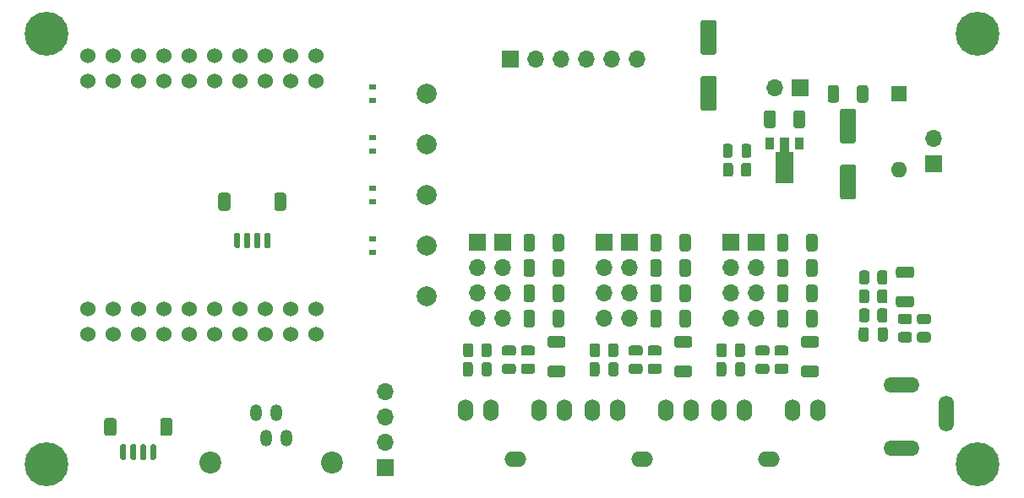
<source format=gbr>
%TF.GenerationSoftware,KiCad,Pcbnew,(5.1.10)-1*%
%TF.CreationDate,2021-09-25T08:27:26+01:00*%
%TF.ProjectId,EnergyMonitor,456e6572-6779-44d6-9f6e-69746f722e6b,v1.0*%
%TF.SameCoordinates,Original*%
%TF.FileFunction,Soldermask,Top*%
%TF.FilePolarity,Negative*%
%FSLAX46Y46*%
G04 Gerber Fmt 4.6, Leading zero omitted, Abs format (unit mm)*
G04 Created by KiCad (PCBNEW (5.1.10)-1) date 2021-09-25 08:27:26*
%MOMM*%
%LPD*%
G01*
G04 APERTURE LIST*
%ADD10C,1.524000*%
%ADD11O,1.700000X1.700000*%
%ADD12R,1.700000X1.700000*%
%ADD13C,2.000000*%
%ADD14C,4.400000*%
%ADD15C,0.700000*%
%ADD16O,1.524000X2.200000*%
%ADD17O,2.200000X1.524000*%
%ADD18O,1.524000X3.600000*%
%ADD19O,3.600000X1.524000*%
%ADD20O,1.600000X1.600000*%
%ADD21R,1.600000X1.600000*%
%ADD22O,1.200000X1.700000*%
%ADD23C,2.200000*%
%ADD24R,0.700000X0.600000*%
%ADD25C,0.100000*%
%ADD26R,0.900000X1.300000*%
G04 APERTURE END LIST*
%TO.C,C11*%
G36*
G01*
X119147500Y-82965000D02*
X120247500Y-82965000D01*
G75*
G02*
X120497500Y-83215000I0J-250000D01*
G01*
X120497500Y-86215000D01*
G75*
G02*
X120247500Y-86465000I-250000J0D01*
G01*
X119147500Y-86465000D01*
G75*
G02*
X118897500Y-86215000I0J250000D01*
G01*
X118897500Y-83215000D01*
G75*
G02*
X119147500Y-82965000I250000J0D01*
G01*
G37*
G36*
G01*
X119147500Y-77365000D02*
X120247500Y-77365000D01*
G75*
G02*
X120497500Y-77615000I0J-250000D01*
G01*
X120497500Y-80615000D01*
G75*
G02*
X120247500Y-80865000I-250000J0D01*
G01*
X119147500Y-80865000D01*
G75*
G02*
X118897500Y-80615000I0J250000D01*
G01*
X118897500Y-77615000D01*
G75*
G02*
X119147500Y-77365000I250000J0D01*
G01*
G37*
%TD*%
D10*
%TO.C,U1*%
X57467500Y-108902500D03*
X60007500Y-108902500D03*
X62547500Y-108902500D03*
X65087500Y-108902500D03*
X67627500Y-108902500D03*
X70167500Y-108902500D03*
X72707500Y-108902500D03*
X75247500Y-108902500D03*
X77787500Y-108902500D03*
X80327500Y-108902500D03*
X57467500Y-106362500D03*
X60007500Y-106362500D03*
X62547500Y-106362500D03*
X65087500Y-106362500D03*
X67627500Y-106362500D03*
X70167500Y-106362500D03*
X72707500Y-106362500D03*
X75247500Y-106362500D03*
X77787500Y-106362500D03*
X80327500Y-106362500D03*
X57467500Y-80962500D03*
X60007500Y-80962500D03*
X62547500Y-80962500D03*
X65087500Y-80962500D03*
X67627500Y-80962500D03*
X70167500Y-80962500D03*
X72707500Y-80962500D03*
X75247500Y-80962500D03*
X77787500Y-80962500D03*
X80327500Y-80962500D03*
X57467500Y-83502500D03*
X60007500Y-83502500D03*
X62547500Y-83502500D03*
X65087500Y-83502500D03*
X67627500Y-83502500D03*
X70167500Y-83502500D03*
X72707500Y-83502500D03*
X75247500Y-83502500D03*
X77787500Y-83502500D03*
X80327500Y-83502500D03*
%TD*%
D11*
%TO.C,J17*%
X112522000Y-81280000D03*
X109982000Y-81280000D03*
X107442000Y-81280000D03*
X104902000Y-81280000D03*
X102362000Y-81280000D03*
D12*
X99822000Y-81280000D03*
%TD*%
%TO.C,C1*%
G36*
G01*
X133117500Y-91855000D02*
X134217500Y-91855000D01*
G75*
G02*
X134467500Y-92105000I0J-250000D01*
G01*
X134467500Y-95105000D01*
G75*
G02*
X134217500Y-95355000I-250000J0D01*
G01*
X133117500Y-95355000D01*
G75*
G02*
X132867500Y-95105000I0J250000D01*
G01*
X132867500Y-92105000D01*
G75*
G02*
X133117500Y-91855000I250000J0D01*
G01*
G37*
G36*
G01*
X133117500Y-86255000D02*
X134217500Y-86255000D01*
G75*
G02*
X134467500Y-86505000I0J-250000D01*
G01*
X134467500Y-89505000D01*
G75*
G02*
X134217500Y-89755000I-250000J0D01*
G01*
X133117500Y-89755000D01*
G75*
G02*
X132867500Y-89505000I0J250000D01*
G01*
X132867500Y-86505000D01*
G75*
G02*
X133117500Y-86255000I250000J0D01*
G01*
G37*
%TD*%
%TO.C,J12*%
G36*
G01*
X71777500Y-94947499D02*
X71777500Y-96247501D01*
G75*
G02*
X71527501Y-96497500I-249999J0D01*
G01*
X70827499Y-96497500D01*
G75*
G02*
X70577500Y-96247501I0J249999D01*
G01*
X70577500Y-94947499D01*
G75*
G02*
X70827499Y-94697500I249999J0D01*
G01*
X71527501Y-94697500D01*
G75*
G02*
X71777500Y-94947499I0J-249999D01*
G01*
G37*
G36*
G01*
X77377500Y-94947499D02*
X77377500Y-96247501D01*
G75*
G02*
X77127501Y-96497500I-249999J0D01*
G01*
X76427499Y-96497500D01*
G75*
G02*
X76177500Y-96247501I0J249999D01*
G01*
X76177500Y-94947499D01*
G75*
G02*
X76427499Y-94697500I249999J0D01*
G01*
X77127501Y-94697500D01*
G75*
G02*
X77377500Y-94947499I0J-249999D01*
G01*
G37*
G36*
G01*
X72777500Y-98847500D02*
X72777500Y-100097500D01*
G75*
G02*
X72627500Y-100247500I-150000J0D01*
G01*
X72327500Y-100247500D01*
G75*
G02*
X72177500Y-100097500I0J150000D01*
G01*
X72177500Y-98847500D01*
G75*
G02*
X72327500Y-98697500I150000J0D01*
G01*
X72627500Y-98697500D01*
G75*
G02*
X72777500Y-98847500I0J-150000D01*
G01*
G37*
G36*
G01*
X73777500Y-98847500D02*
X73777500Y-100097500D01*
G75*
G02*
X73627500Y-100247500I-150000J0D01*
G01*
X73327500Y-100247500D01*
G75*
G02*
X73177500Y-100097500I0J150000D01*
G01*
X73177500Y-98847500D01*
G75*
G02*
X73327500Y-98697500I150000J0D01*
G01*
X73627500Y-98697500D01*
G75*
G02*
X73777500Y-98847500I0J-150000D01*
G01*
G37*
G36*
G01*
X74777500Y-98847500D02*
X74777500Y-100097500D01*
G75*
G02*
X74627500Y-100247500I-150000J0D01*
G01*
X74327500Y-100247500D01*
G75*
G02*
X74177500Y-100097500I0J150000D01*
G01*
X74177500Y-98847500D01*
G75*
G02*
X74327500Y-98697500I150000J0D01*
G01*
X74627500Y-98697500D01*
G75*
G02*
X74777500Y-98847500I0J-150000D01*
G01*
G37*
G36*
G01*
X75777500Y-98847500D02*
X75777500Y-100097500D01*
G75*
G02*
X75627500Y-100247500I-150000J0D01*
G01*
X75327500Y-100247500D01*
G75*
G02*
X75177500Y-100097500I0J150000D01*
G01*
X75177500Y-98847500D01*
G75*
G02*
X75327500Y-98697500I150000J0D01*
G01*
X75627500Y-98697500D01*
G75*
G02*
X75777500Y-98847500I0J-150000D01*
G01*
G37*
%TD*%
%TO.C,J14*%
G36*
G01*
X60747500Y-121330000D02*
X60747500Y-120080000D01*
G75*
G02*
X60897500Y-119930000I150000J0D01*
G01*
X61197500Y-119930000D01*
G75*
G02*
X61347500Y-120080000I0J-150000D01*
G01*
X61347500Y-121330000D01*
G75*
G02*
X61197500Y-121480000I-150000J0D01*
G01*
X60897500Y-121480000D01*
G75*
G02*
X60747500Y-121330000I0J150000D01*
G01*
G37*
G36*
G01*
X61747500Y-121330000D02*
X61747500Y-120080000D01*
G75*
G02*
X61897500Y-119930000I150000J0D01*
G01*
X62197500Y-119930000D01*
G75*
G02*
X62347500Y-120080000I0J-150000D01*
G01*
X62347500Y-121330000D01*
G75*
G02*
X62197500Y-121480000I-150000J0D01*
G01*
X61897500Y-121480000D01*
G75*
G02*
X61747500Y-121330000I0J150000D01*
G01*
G37*
G36*
G01*
X62747500Y-121330000D02*
X62747500Y-120080000D01*
G75*
G02*
X62897500Y-119930000I150000J0D01*
G01*
X63197500Y-119930000D01*
G75*
G02*
X63347500Y-120080000I0J-150000D01*
G01*
X63347500Y-121330000D01*
G75*
G02*
X63197500Y-121480000I-150000J0D01*
G01*
X62897500Y-121480000D01*
G75*
G02*
X62747500Y-121330000I0J150000D01*
G01*
G37*
G36*
G01*
X63747500Y-121330000D02*
X63747500Y-120080000D01*
G75*
G02*
X63897500Y-119930000I150000J0D01*
G01*
X64197500Y-119930000D01*
G75*
G02*
X64347500Y-120080000I0J-150000D01*
G01*
X64347500Y-121330000D01*
G75*
G02*
X64197500Y-121480000I-150000J0D01*
G01*
X63897500Y-121480000D01*
G75*
G02*
X63747500Y-121330000I0J150000D01*
G01*
G37*
G36*
G01*
X59147500Y-118830001D02*
X59147500Y-117529999D01*
G75*
G02*
X59397499Y-117280000I249999J0D01*
G01*
X60097501Y-117280000D01*
G75*
G02*
X60347500Y-117529999I0J-249999D01*
G01*
X60347500Y-118830001D01*
G75*
G02*
X60097501Y-119080000I-249999J0D01*
G01*
X59397499Y-119080000D01*
G75*
G02*
X59147500Y-118830001I0J249999D01*
G01*
G37*
G36*
G01*
X64747500Y-118830001D02*
X64747500Y-117529999D01*
G75*
G02*
X64997499Y-117280000I249999J0D01*
G01*
X65697501Y-117280000D01*
G75*
G02*
X65947500Y-117529999I0J-249999D01*
G01*
X65947500Y-118830001D01*
G75*
G02*
X65697501Y-119080000I-249999J0D01*
G01*
X64997499Y-119080000D01*
G75*
G02*
X64747500Y-118830001I0J249999D01*
G01*
G37*
%TD*%
%TO.C,R14*%
G36*
G01*
X122155000Y-91942498D02*
X122155000Y-92842502D01*
G75*
G02*
X121905002Y-93092500I-249998J0D01*
G01*
X121379998Y-93092500D01*
G75*
G02*
X121130000Y-92842502I0J249998D01*
G01*
X121130000Y-91942498D01*
G75*
G02*
X121379998Y-91692500I249998J0D01*
G01*
X121905002Y-91692500D01*
G75*
G02*
X122155000Y-91942498I0J-249998D01*
G01*
G37*
G36*
G01*
X123980000Y-91942498D02*
X123980000Y-92842502D01*
G75*
G02*
X123730002Y-93092500I-249998J0D01*
G01*
X123204998Y-93092500D01*
G75*
G02*
X122955000Y-92842502I0J249998D01*
G01*
X122955000Y-91942498D01*
G75*
G02*
X123204998Y-91692500I249998J0D01*
G01*
X123730002Y-91692500D01*
G75*
G02*
X123980000Y-91942498I0J-249998D01*
G01*
G37*
%TD*%
%TO.C,D6*%
G36*
G01*
X123005000Y-90943750D02*
X123005000Y-90031250D01*
G75*
G02*
X123248750Y-89787500I243750J0D01*
G01*
X123736250Y-89787500D01*
G75*
G02*
X123980000Y-90031250I0J-243750D01*
G01*
X123980000Y-90943750D01*
G75*
G02*
X123736250Y-91187500I-243750J0D01*
G01*
X123248750Y-91187500D01*
G75*
G02*
X123005000Y-90943750I0J243750D01*
G01*
G37*
G36*
G01*
X121130000Y-90943750D02*
X121130000Y-90031250D01*
G75*
G02*
X121373750Y-89787500I243750J0D01*
G01*
X121861250Y-89787500D01*
G75*
G02*
X122105000Y-90031250I0J-243750D01*
G01*
X122105000Y-90943750D01*
G75*
G02*
X121861250Y-91187500I-243750J0D01*
G01*
X121373750Y-91187500D01*
G75*
G02*
X121130000Y-90943750I0J243750D01*
G01*
G37*
%TD*%
D13*
%TO.C,TP5*%
X91440000Y-105092500D03*
%TD*%
%TO.C,TP4*%
X91440000Y-84772500D03*
%TD*%
%TO.C,TP3*%
X91440000Y-89852500D03*
%TD*%
%TO.C,TP2*%
X91440000Y-94932500D03*
%TD*%
%TO.C,TP1*%
X91440000Y-100012500D03*
%TD*%
D11*
%TO.C,J11*%
X142240000Y-89217500D03*
D12*
X142240000Y-91757500D03*
%TD*%
D14*
%TO.C,H4*%
X146685000Y-121920000D03*
D15*
X148335000Y-121920000D03*
X147851726Y-123086726D03*
X146685000Y-123570000D03*
X145518274Y-123086726D03*
X145035000Y-121920000D03*
X145518274Y-120753274D03*
X146685000Y-120270000D03*
X147851726Y-120753274D03*
%TD*%
D14*
%TO.C,H3*%
X53340000Y-121920000D03*
D15*
X54990000Y-121920000D03*
X54506726Y-123086726D03*
X53340000Y-123570000D03*
X52173274Y-123086726D03*
X51690000Y-121920000D03*
X52173274Y-120753274D03*
X53340000Y-120270000D03*
X54506726Y-120753274D03*
%TD*%
D14*
%TO.C,H2*%
X53340000Y-78740000D03*
D15*
X54990000Y-78740000D03*
X54506726Y-79906726D03*
X53340000Y-80390000D03*
X52173274Y-79906726D03*
X51690000Y-78740000D03*
X52173274Y-77573274D03*
X53340000Y-77090000D03*
X54506726Y-77573274D03*
%TD*%
D14*
%TO.C,H1*%
X146685000Y-78740000D03*
D15*
X148335000Y-78740000D03*
X147851726Y-79906726D03*
X146685000Y-80390000D03*
X145518274Y-79906726D03*
X145035000Y-78740000D03*
X145518274Y-77573274D03*
X146685000Y-77090000D03*
X147851726Y-77573274D03*
%TD*%
D16*
%TO.C,J10*%
X128143000Y-116522500D03*
D17*
X125730000Y-121412000D03*
D16*
X130683000Y-116522500D03*
X123317000Y-116522500D03*
X120777000Y-116522500D03*
%TD*%
%TO.C,J8*%
X115443000Y-116522500D03*
D17*
X113030000Y-121412000D03*
D16*
X117983000Y-116522500D03*
X110617000Y-116522500D03*
X108077000Y-116522500D03*
%TD*%
%TO.C,J9*%
X102743000Y-116522500D03*
D17*
X100330000Y-121412000D03*
D16*
X105283000Y-116522500D03*
X97917000Y-116522500D03*
X95377000Y-116522500D03*
%TD*%
D18*
%TO.C,J13*%
X143510000Y-116840000D03*
D19*
X139065000Y-120332500D03*
X139065000Y-113982500D03*
%TD*%
D20*
%TO.C,D1*%
X138747500Y-92392500D03*
D21*
X138747500Y-84772500D03*
%TD*%
%TO.C,R13*%
G36*
G01*
X127687500Y-99069997D02*
X127687500Y-100320003D01*
G75*
G02*
X127437503Y-100570000I-249997J0D01*
G01*
X126812497Y-100570000D01*
G75*
G02*
X126562500Y-100320003I0J249997D01*
G01*
X126562500Y-99069997D01*
G75*
G02*
X126812497Y-98820000I249997J0D01*
G01*
X127437503Y-98820000D01*
G75*
G02*
X127687500Y-99069997I0J-249997D01*
G01*
G37*
G36*
G01*
X130612500Y-99069997D02*
X130612500Y-100320003D01*
G75*
G02*
X130362503Y-100570000I-249997J0D01*
G01*
X129737497Y-100570000D01*
G75*
G02*
X129487500Y-100320003I0J249997D01*
G01*
X129487500Y-99069997D01*
G75*
G02*
X129737497Y-98820000I249997J0D01*
G01*
X130362503Y-98820000D01*
G75*
G02*
X130612500Y-99069997I0J-249997D01*
G01*
G37*
%TD*%
%TO.C,R12*%
G36*
G01*
X127687500Y-101609997D02*
X127687500Y-102860003D01*
G75*
G02*
X127437503Y-103110000I-249997J0D01*
G01*
X126812497Y-103110000D01*
G75*
G02*
X126562500Y-102860003I0J249997D01*
G01*
X126562500Y-101609997D01*
G75*
G02*
X126812497Y-101360000I249997J0D01*
G01*
X127437503Y-101360000D01*
G75*
G02*
X127687500Y-101609997I0J-249997D01*
G01*
G37*
G36*
G01*
X130612500Y-101609997D02*
X130612500Y-102860003D01*
G75*
G02*
X130362503Y-103110000I-249997J0D01*
G01*
X129737497Y-103110000D01*
G75*
G02*
X129487500Y-102860003I0J249997D01*
G01*
X129487500Y-101609997D01*
G75*
G02*
X129737497Y-101360000I249997J0D01*
G01*
X130362503Y-101360000D01*
G75*
G02*
X130612500Y-101609997I0J-249997D01*
G01*
G37*
%TD*%
%TO.C,R11*%
G36*
G01*
X127687500Y-104149997D02*
X127687500Y-105400003D01*
G75*
G02*
X127437503Y-105650000I-249997J0D01*
G01*
X126812497Y-105650000D01*
G75*
G02*
X126562500Y-105400003I0J249997D01*
G01*
X126562500Y-104149997D01*
G75*
G02*
X126812497Y-103900000I249997J0D01*
G01*
X127437503Y-103900000D01*
G75*
G02*
X127687500Y-104149997I0J-249997D01*
G01*
G37*
G36*
G01*
X130612500Y-104149997D02*
X130612500Y-105400003D01*
G75*
G02*
X130362503Y-105650000I-249997J0D01*
G01*
X129737497Y-105650000D01*
G75*
G02*
X129487500Y-105400003I0J249997D01*
G01*
X129487500Y-104149997D01*
G75*
G02*
X129737497Y-103900000I249997J0D01*
G01*
X130362503Y-103900000D01*
G75*
G02*
X130612500Y-104149997I0J-249997D01*
G01*
G37*
%TD*%
%TO.C,R10*%
G36*
G01*
X127687500Y-106689997D02*
X127687500Y-107940003D01*
G75*
G02*
X127437503Y-108190000I-249997J0D01*
G01*
X126812497Y-108190000D01*
G75*
G02*
X126562500Y-107940003I0J249997D01*
G01*
X126562500Y-106689997D01*
G75*
G02*
X126812497Y-106440000I249997J0D01*
G01*
X127437503Y-106440000D01*
G75*
G02*
X127687500Y-106689997I0J-249997D01*
G01*
G37*
G36*
G01*
X130612500Y-106689997D02*
X130612500Y-107940003D01*
G75*
G02*
X130362503Y-108190000I-249997J0D01*
G01*
X129737497Y-108190000D01*
G75*
G02*
X129487500Y-107940003I0J249997D01*
G01*
X129487500Y-106689997D01*
G75*
G02*
X129737497Y-106440000I249997J0D01*
G01*
X130362503Y-106440000D01*
G75*
G02*
X130612500Y-106689997I0J-249997D01*
G01*
G37*
%TD*%
%TO.C,R9*%
G36*
G01*
X114987500Y-99069997D02*
X114987500Y-100320003D01*
G75*
G02*
X114737503Y-100570000I-249997J0D01*
G01*
X114112497Y-100570000D01*
G75*
G02*
X113862500Y-100320003I0J249997D01*
G01*
X113862500Y-99069997D01*
G75*
G02*
X114112497Y-98820000I249997J0D01*
G01*
X114737503Y-98820000D01*
G75*
G02*
X114987500Y-99069997I0J-249997D01*
G01*
G37*
G36*
G01*
X117912500Y-99069997D02*
X117912500Y-100320003D01*
G75*
G02*
X117662503Y-100570000I-249997J0D01*
G01*
X117037497Y-100570000D01*
G75*
G02*
X116787500Y-100320003I0J249997D01*
G01*
X116787500Y-99069997D01*
G75*
G02*
X117037497Y-98820000I249997J0D01*
G01*
X117662503Y-98820000D01*
G75*
G02*
X117912500Y-99069997I0J-249997D01*
G01*
G37*
%TD*%
%TO.C,R8*%
G36*
G01*
X114987500Y-101609997D02*
X114987500Y-102860003D01*
G75*
G02*
X114737503Y-103110000I-249997J0D01*
G01*
X114112497Y-103110000D01*
G75*
G02*
X113862500Y-102860003I0J249997D01*
G01*
X113862500Y-101609997D01*
G75*
G02*
X114112497Y-101360000I249997J0D01*
G01*
X114737503Y-101360000D01*
G75*
G02*
X114987500Y-101609997I0J-249997D01*
G01*
G37*
G36*
G01*
X117912500Y-101609997D02*
X117912500Y-102860003D01*
G75*
G02*
X117662503Y-103110000I-249997J0D01*
G01*
X117037497Y-103110000D01*
G75*
G02*
X116787500Y-102860003I0J249997D01*
G01*
X116787500Y-101609997D01*
G75*
G02*
X117037497Y-101360000I249997J0D01*
G01*
X117662503Y-101360000D01*
G75*
G02*
X117912500Y-101609997I0J-249997D01*
G01*
G37*
%TD*%
%TO.C,R7*%
G36*
G01*
X114987500Y-104149997D02*
X114987500Y-105400003D01*
G75*
G02*
X114737503Y-105650000I-249997J0D01*
G01*
X114112497Y-105650000D01*
G75*
G02*
X113862500Y-105400003I0J249997D01*
G01*
X113862500Y-104149997D01*
G75*
G02*
X114112497Y-103900000I249997J0D01*
G01*
X114737503Y-103900000D01*
G75*
G02*
X114987500Y-104149997I0J-249997D01*
G01*
G37*
G36*
G01*
X117912500Y-104149997D02*
X117912500Y-105400003D01*
G75*
G02*
X117662503Y-105650000I-249997J0D01*
G01*
X117037497Y-105650000D01*
G75*
G02*
X116787500Y-105400003I0J249997D01*
G01*
X116787500Y-104149997D01*
G75*
G02*
X117037497Y-103900000I249997J0D01*
G01*
X117662503Y-103900000D01*
G75*
G02*
X117912500Y-104149997I0J-249997D01*
G01*
G37*
%TD*%
%TO.C,R6*%
G36*
G01*
X114987500Y-106689997D02*
X114987500Y-107940003D01*
G75*
G02*
X114737503Y-108190000I-249997J0D01*
G01*
X114112497Y-108190000D01*
G75*
G02*
X113862500Y-107940003I0J249997D01*
G01*
X113862500Y-106689997D01*
G75*
G02*
X114112497Y-106440000I249997J0D01*
G01*
X114737503Y-106440000D01*
G75*
G02*
X114987500Y-106689997I0J-249997D01*
G01*
G37*
G36*
G01*
X117912500Y-106689997D02*
X117912500Y-107940003D01*
G75*
G02*
X117662503Y-108190000I-249997J0D01*
G01*
X117037497Y-108190000D01*
G75*
G02*
X116787500Y-107940003I0J249997D01*
G01*
X116787500Y-106689997D01*
G75*
G02*
X117037497Y-106440000I249997J0D01*
G01*
X117662503Y-106440000D01*
G75*
G02*
X117912500Y-106689997I0J-249997D01*
G01*
G37*
%TD*%
D11*
%TO.C,J6*%
X124460000Y-107315000D03*
X124460000Y-104775000D03*
X124460000Y-102235000D03*
D12*
X124460000Y-99695000D03*
%TD*%
D11*
%TO.C,J5*%
X111760000Y-107315000D03*
X111760000Y-104775000D03*
X111760000Y-102235000D03*
D12*
X111760000Y-99695000D03*
%TD*%
D11*
%TO.C,J3*%
X121920000Y-107315000D03*
X121920000Y-104775000D03*
X121920000Y-102235000D03*
D12*
X121920000Y-99695000D03*
%TD*%
D11*
%TO.C,J2*%
X109220000Y-107315000D03*
X109220000Y-104775000D03*
X109220000Y-102235000D03*
D12*
X109220000Y-99695000D03*
%TD*%
%TO.C,R5*%
G36*
G01*
X102287500Y-99069997D02*
X102287500Y-100320003D01*
G75*
G02*
X102037503Y-100570000I-249997J0D01*
G01*
X101412497Y-100570000D01*
G75*
G02*
X101162500Y-100320003I0J249997D01*
G01*
X101162500Y-99069997D01*
G75*
G02*
X101412497Y-98820000I249997J0D01*
G01*
X102037503Y-98820000D01*
G75*
G02*
X102287500Y-99069997I0J-249997D01*
G01*
G37*
G36*
G01*
X105212500Y-99069997D02*
X105212500Y-100320003D01*
G75*
G02*
X104962503Y-100570000I-249997J0D01*
G01*
X104337497Y-100570000D01*
G75*
G02*
X104087500Y-100320003I0J249997D01*
G01*
X104087500Y-99069997D01*
G75*
G02*
X104337497Y-98820000I249997J0D01*
G01*
X104962503Y-98820000D01*
G75*
G02*
X105212500Y-99069997I0J-249997D01*
G01*
G37*
%TD*%
%TO.C,R4*%
G36*
G01*
X102287500Y-101609997D02*
X102287500Y-102860003D01*
G75*
G02*
X102037503Y-103110000I-249997J0D01*
G01*
X101412497Y-103110000D01*
G75*
G02*
X101162500Y-102860003I0J249997D01*
G01*
X101162500Y-101609997D01*
G75*
G02*
X101412497Y-101360000I249997J0D01*
G01*
X102037503Y-101360000D01*
G75*
G02*
X102287500Y-101609997I0J-249997D01*
G01*
G37*
G36*
G01*
X105212500Y-101609997D02*
X105212500Y-102860003D01*
G75*
G02*
X104962503Y-103110000I-249997J0D01*
G01*
X104337497Y-103110000D01*
G75*
G02*
X104087500Y-102860003I0J249997D01*
G01*
X104087500Y-101609997D01*
G75*
G02*
X104337497Y-101360000I249997J0D01*
G01*
X104962503Y-101360000D01*
G75*
G02*
X105212500Y-101609997I0J-249997D01*
G01*
G37*
%TD*%
%TO.C,R3*%
G36*
G01*
X102287500Y-104149997D02*
X102287500Y-105400003D01*
G75*
G02*
X102037503Y-105650000I-249997J0D01*
G01*
X101412497Y-105650000D01*
G75*
G02*
X101162500Y-105400003I0J249997D01*
G01*
X101162500Y-104149997D01*
G75*
G02*
X101412497Y-103900000I249997J0D01*
G01*
X102037503Y-103900000D01*
G75*
G02*
X102287500Y-104149997I0J-249997D01*
G01*
G37*
G36*
G01*
X105212500Y-104149997D02*
X105212500Y-105400003D01*
G75*
G02*
X104962503Y-105650000I-249997J0D01*
G01*
X104337497Y-105650000D01*
G75*
G02*
X104087500Y-105400003I0J249997D01*
G01*
X104087500Y-104149997D01*
G75*
G02*
X104337497Y-103900000I249997J0D01*
G01*
X104962503Y-103900000D01*
G75*
G02*
X105212500Y-104149997I0J-249997D01*
G01*
G37*
%TD*%
%TO.C,R2*%
G36*
G01*
X102287500Y-106689997D02*
X102287500Y-107940003D01*
G75*
G02*
X102037503Y-108190000I-249997J0D01*
G01*
X101412497Y-108190000D01*
G75*
G02*
X101162500Y-107940003I0J249997D01*
G01*
X101162500Y-106689997D01*
G75*
G02*
X101412497Y-106440000I249997J0D01*
G01*
X102037503Y-106440000D01*
G75*
G02*
X102287500Y-106689997I0J-249997D01*
G01*
G37*
G36*
G01*
X105212500Y-106689997D02*
X105212500Y-107940003D01*
G75*
G02*
X104962503Y-108190000I-249997J0D01*
G01*
X104337497Y-108190000D01*
G75*
G02*
X104087500Y-107940003I0J249997D01*
G01*
X104087500Y-106689997D01*
G75*
G02*
X104337497Y-106440000I249997J0D01*
G01*
X104962503Y-106440000D01*
G75*
G02*
X105212500Y-106689997I0J-249997D01*
G01*
G37*
%TD*%
D11*
%TO.C,J4*%
X99060000Y-107315000D03*
X99060000Y-104775000D03*
X99060000Y-102235000D03*
D12*
X99060000Y-99695000D03*
%TD*%
D11*
%TO.C,J1*%
X96520000Y-107315000D03*
X96520000Y-104775000D03*
X96520000Y-102235000D03*
D12*
X96520000Y-99695000D03*
%TD*%
%TO.C,R1*%
G36*
G01*
X134567500Y-85397503D02*
X134567500Y-84147497D01*
G75*
G02*
X134817497Y-83897500I249997J0D01*
G01*
X135442503Y-83897500D01*
G75*
G02*
X135692500Y-84147497I0J-249997D01*
G01*
X135692500Y-85397503D01*
G75*
G02*
X135442503Y-85647500I-249997J0D01*
G01*
X134817497Y-85647500D01*
G75*
G02*
X134567500Y-85397503I0J249997D01*
G01*
G37*
G36*
G01*
X131642500Y-85397503D02*
X131642500Y-84147497D01*
G75*
G02*
X131892497Y-83897500I249997J0D01*
G01*
X132517503Y-83897500D01*
G75*
G02*
X132767500Y-84147497I0J-249997D01*
G01*
X132767500Y-85397503D01*
G75*
G02*
X132517503Y-85647500I-249997J0D01*
G01*
X131892497Y-85647500D01*
G75*
G02*
X131642500Y-85397503I0J249997D01*
G01*
G37*
%TD*%
D22*
%TO.C,J16*%
X74382500Y-116785000D03*
X75382500Y-119285000D03*
X76382500Y-116785000D03*
X77382500Y-119285000D03*
D23*
X69782500Y-121785000D03*
X81982500Y-121785000D03*
%TD*%
%TO.C,R18*%
G36*
G01*
X122320000Y-110940002D02*
X122320000Y-110039998D01*
G75*
G02*
X122569998Y-109790000I249998J0D01*
G01*
X123095002Y-109790000D01*
G75*
G02*
X123345000Y-110039998I0J-249998D01*
G01*
X123345000Y-110940002D01*
G75*
G02*
X123095002Y-111190000I-249998J0D01*
G01*
X122569998Y-111190000D01*
G75*
G02*
X122320000Y-110940002I0J249998D01*
G01*
G37*
G36*
G01*
X120495000Y-110940002D02*
X120495000Y-110039998D01*
G75*
G02*
X120744998Y-109790000I249998J0D01*
G01*
X121270002Y-109790000D01*
G75*
G02*
X121520000Y-110039998I0J-249998D01*
G01*
X121520000Y-110940002D01*
G75*
G02*
X121270002Y-111190000I-249998J0D01*
G01*
X120744998Y-111190000D01*
G75*
G02*
X120495000Y-110940002I0J249998D01*
G01*
G37*
%TD*%
D24*
%TO.C,D5*%
X86042500Y-84072500D03*
X86042500Y-85472500D03*
%TD*%
D25*
%TO.C,U2*%
G36*
X126451000Y-93740000D02*
G01*
X126451000Y-90615000D01*
X126867500Y-90615000D01*
X126867500Y-89140000D01*
X127767500Y-89140000D01*
X127767500Y-90615000D01*
X128184000Y-90615000D01*
X128184000Y-93740000D01*
X126451000Y-93740000D01*
G37*
D26*
X125817500Y-89790000D03*
X128817500Y-89790000D03*
%TD*%
%TO.C,R29*%
G36*
G01*
X138932498Y-108667500D02*
X139832502Y-108667500D01*
G75*
G02*
X140082500Y-108917498I0J-249998D01*
G01*
X140082500Y-109442502D01*
G75*
G02*
X139832502Y-109692500I-249998J0D01*
G01*
X138932498Y-109692500D01*
G75*
G02*
X138682500Y-109442502I0J249998D01*
G01*
X138682500Y-108917498D01*
G75*
G02*
X138932498Y-108667500I249998J0D01*
G01*
G37*
G36*
G01*
X138932498Y-106842500D02*
X139832502Y-106842500D01*
G75*
G02*
X140082500Y-107092498I0J-249998D01*
G01*
X140082500Y-107617502D01*
G75*
G02*
X139832502Y-107867500I-249998J0D01*
G01*
X138932498Y-107867500D01*
G75*
G02*
X138682500Y-107617502I0J249998D01*
G01*
X138682500Y-107092498D01*
G75*
G02*
X138932498Y-106842500I249998J0D01*
G01*
G37*
%TD*%
%TO.C,R28*%
G36*
G01*
X140837498Y-106842500D02*
X141737502Y-106842500D01*
G75*
G02*
X141987500Y-107092498I0J-249998D01*
G01*
X141987500Y-107617502D01*
G75*
G02*
X141737502Y-107867500I-249998J0D01*
G01*
X140837498Y-107867500D01*
G75*
G02*
X140587500Y-107617502I0J249998D01*
G01*
X140587500Y-107092498D01*
G75*
G02*
X140837498Y-106842500I249998J0D01*
G01*
G37*
G36*
G01*
X140837498Y-108667500D02*
X141737502Y-108667500D01*
G75*
G02*
X141987500Y-108917498I0J-249998D01*
G01*
X141987500Y-109442502D01*
G75*
G02*
X141737502Y-109692500I-249998J0D01*
G01*
X140837498Y-109692500D01*
G75*
G02*
X140587500Y-109442502I0J249998D01*
G01*
X140587500Y-108917498D01*
G75*
G02*
X140837498Y-108667500I249998J0D01*
G01*
G37*
%TD*%
%TO.C,R27*%
G36*
G01*
X136607500Y-105542502D02*
X136607500Y-104642498D01*
G75*
G02*
X136857498Y-104392500I249998J0D01*
G01*
X137382502Y-104392500D01*
G75*
G02*
X137632500Y-104642498I0J-249998D01*
G01*
X137632500Y-105542502D01*
G75*
G02*
X137382502Y-105792500I-249998J0D01*
G01*
X136857498Y-105792500D01*
G75*
G02*
X136607500Y-105542502I0J249998D01*
G01*
G37*
G36*
G01*
X134782500Y-105542502D02*
X134782500Y-104642498D01*
G75*
G02*
X135032498Y-104392500I249998J0D01*
G01*
X135557502Y-104392500D01*
G75*
G02*
X135807500Y-104642498I0J-249998D01*
G01*
X135807500Y-105542502D01*
G75*
G02*
X135557502Y-105792500I-249998J0D01*
G01*
X135032498Y-105792500D01*
G75*
G02*
X134782500Y-105542502I0J249998D01*
G01*
G37*
%TD*%
%TO.C,R26*%
G36*
G01*
X136607500Y-103637502D02*
X136607500Y-102737498D01*
G75*
G02*
X136857498Y-102487500I249998J0D01*
G01*
X137382502Y-102487500D01*
G75*
G02*
X137632500Y-102737498I0J-249998D01*
G01*
X137632500Y-103637502D01*
G75*
G02*
X137382502Y-103887500I-249998J0D01*
G01*
X136857498Y-103887500D01*
G75*
G02*
X136607500Y-103637502I0J249998D01*
G01*
G37*
G36*
G01*
X134782500Y-103637502D02*
X134782500Y-102737498D01*
G75*
G02*
X135032498Y-102487500I249998J0D01*
G01*
X135557502Y-102487500D01*
G75*
G02*
X135807500Y-102737498I0J-249998D01*
G01*
X135807500Y-103637502D01*
G75*
G02*
X135557502Y-103887500I-249998J0D01*
G01*
X135032498Y-103887500D01*
G75*
G02*
X134782500Y-103637502I0J249998D01*
G01*
G37*
%TD*%
%TO.C,R25*%
G36*
G01*
X135807500Y-106547498D02*
X135807500Y-107447502D01*
G75*
G02*
X135557502Y-107697500I-249998J0D01*
G01*
X135032498Y-107697500D01*
G75*
G02*
X134782500Y-107447502I0J249998D01*
G01*
X134782500Y-106547498D01*
G75*
G02*
X135032498Y-106297500I249998J0D01*
G01*
X135557502Y-106297500D01*
G75*
G02*
X135807500Y-106547498I0J-249998D01*
G01*
G37*
G36*
G01*
X137632500Y-106547498D02*
X137632500Y-107447502D01*
G75*
G02*
X137382502Y-107697500I-249998J0D01*
G01*
X136857498Y-107697500D01*
G75*
G02*
X136607500Y-107447502I0J249998D01*
G01*
X136607500Y-106547498D01*
G75*
G02*
X136857498Y-106297500I249998J0D01*
G01*
X137382502Y-106297500D01*
G75*
G02*
X137632500Y-106547498I0J-249998D01*
G01*
G37*
%TD*%
%TO.C,R24*%
G36*
G01*
X126549998Y-110017500D02*
X127450002Y-110017500D01*
G75*
G02*
X127700000Y-110267498I0J-249998D01*
G01*
X127700000Y-110792502D01*
G75*
G02*
X127450002Y-111042500I-249998J0D01*
G01*
X126549998Y-111042500D01*
G75*
G02*
X126300000Y-110792502I0J249998D01*
G01*
X126300000Y-110267498D01*
G75*
G02*
X126549998Y-110017500I249998J0D01*
G01*
G37*
G36*
G01*
X126549998Y-111842500D02*
X127450002Y-111842500D01*
G75*
G02*
X127700000Y-112092498I0J-249998D01*
G01*
X127700000Y-112617502D01*
G75*
G02*
X127450002Y-112867500I-249998J0D01*
G01*
X126549998Y-112867500D01*
G75*
G02*
X126300000Y-112617502I0J249998D01*
G01*
X126300000Y-112092498D01*
G75*
G02*
X126549998Y-111842500I249998J0D01*
G01*
G37*
%TD*%
%TO.C,R23*%
G36*
G01*
X124644998Y-111842500D02*
X125545002Y-111842500D01*
G75*
G02*
X125795000Y-112092498I0J-249998D01*
G01*
X125795000Y-112617502D01*
G75*
G02*
X125545002Y-112867500I-249998J0D01*
G01*
X124644998Y-112867500D01*
G75*
G02*
X124395000Y-112617502I0J249998D01*
G01*
X124395000Y-112092498D01*
G75*
G02*
X124644998Y-111842500I249998J0D01*
G01*
G37*
G36*
G01*
X124644998Y-110017500D02*
X125545002Y-110017500D01*
G75*
G02*
X125795000Y-110267498I0J-249998D01*
G01*
X125795000Y-110792502D01*
G75*
G02*
X125545002Y-111042500I-249998J0D01*
G01*
X124644998Y-111042500D01*
G75*
G02*
X124395000Y-110792502I0J249998D01*
G01*
X124395000Y-110267498D01*
G75*
G02*
X124644998Y-110017500I249998J0D01*
G01*
G37*
%TD*%
%TO.C,R22*%
G36*
G01*
X113849998Y-110017500D02*
X114750002Y-110017500D01*
G75*
G02*
X115000000Y-110267498I0J-249998D01*
G01*
X115000000Y-110792502D01*
G75*
G02*
X114750002Y-111042500I-249998J0D01*
G01*
X113849998Y-111042500D01*
G75*
G02*
X113600000Y-110792502I0J249998D01*
G01*
X113600000Y-110267498D01*
G75*
G02*
X113849998Y-110017500I249998J0D01*
G01*
G37*
G36*
G01*
X113849998Y-111842500D02*
X114750002Y-111842500D01*
G75*
G02*
X115000000Y-112092498I0J-249998D01*
G01*
X115000000Y-112617502D01*
G75*
G02*
X114750002Y-112867500I-249998J0D01*
G01*
X113849998Y-112867500D01*
G75*
G02*
X113600000Y-112617502I0J249998D01*
G01*
X113600000Y-112092498D01*
G75*
G02*
X113849998Y-111842500I249998J0D01*
G01*
G37*
%TD*%
%TO.C,R21*%
G36*
G01*
X111944998Y-111842500D02*
X112845002Y-111842500D01*
G75*
G02*
X113095000Y-112092498I0J-249998D01*
G01*
X113095000Y-112617502D01*
G75*
G02*
X112845002Y-112867500I-249998J0D01*
G01*
X111944998Y-112867500D01*
G75*
G02*
X111695000Y-112617502I0J249998D01*
G01*
X111695000Y-112092498D01*
G75*
G02*
X111944998Y-111842500I249998J0D01*
G01*
G37*
G36*
G01*
X111944998Y-110017500D02*
X112845002Y-110017500D01*
G75*
G02*
X113095000Y-110267498I0J-249998D01*
G01*
X113095000Y-110792502D01*
G75*
G02*
X112845002Y-111042500I-249998J0D01*
G01*
X111944998Y-111042500D01*
G75*
G02*
X111695000Y-110792502I0J249998D01*
G01*
X111695000Y-110267498D01*
G75*
G02*
X111944998Y-110017500I249998J0D01*
G01*
G37*
%TD*%
%TO.C,R20*%
G36*
G01*
X101149998Y-110017500D02*
X102050002Y-110017500D01*
G75*
G02*
X102300000Y-110267498I0J-249998D01*
G01*
X102300000Y-110792502D01*
G75*
G02*
X102050002Y-111042500I-249998J0D01*
G01*
X101149998Y-111042500D01*
G75*
G02*
X100900000Y-110792502I0J249998D01*
G01*
X100900000Y-110267498D01*
G75*
G02*
X101149998Y-110017500I249998J0D01*
G01*
G37*
G36*
G01*
X101149998Y-111842500D02*
X102050002Y-111842500D01*
G75*
G02*
X102300000Y-112092498I0J-249998D01*
G01*
X102300000Y-112617502D01*
G75*
G02*
X102050002Y-112867500I-249998J0D01*
G01*
X101149998Y-112867500D01*
G75*
G02*
X100900000Y-112617502I0J249998D01*
G01*
X100900000Y-112092498D01*
G75*
G02*
X101149998Y-111842500I249998J0D01*
G01*
G37*
%TD*%
%TO.C,R19*%
G36*
G01*
X99244998Y-111842500D02*
X100145002Y-111842500D01*
G75*
G02*
X100395000Y-112092498I0J-249998D01*
G01*
X100395000Y-112617502D01*
G75*
G02*
X100145002Y-112867500I-249998J0D01*
G01*
X99244998Y-112867500D01*
G75*
G02*
X98995000Y-112617502I0J249998D01*
G01*
X98995000Y-112092498D01*
G75*
G02*
X99244998Y-111842500I249998J0D01*
G01*
G37*
G36*
G01*
X99244998Y-110017500D02*
X100145002Y-110017500D01*
G75*
G02*
X100395000Y-110267498I0J-249998D01*
G01*
X100395000Y-110792502D01*
G75*
G02*
X100145002Y-111042500I-249998J0D01*
G01*
X99244998Y-111042500D01*
G75*
G02*
X98995000Y-110792502I0J249998D01*
G01*
X98995000Y-110267498D01*
G75*
G02*
X99244998Y-110017500I249998J0D01*
G01*
G37*
%TD*%
%TO.C,R17*%
G36*
G01*
X109620000Y-110940002D02*
X109620000Y-110039998D01*
G75*
G02*
X109869998Y-109790000I249998J0D01*
G01*
X110395002Y-109790000D01*
G75*
G02*
X110645000Y-110039998I0J-249998D01*
G01*
X110645000Y-110940002D01*
G75*
G02*
X110395002Y-111190000I-249998J0D01*
G01*
X109869998Y-111190000D01*
G75*
G02*
X109620000Y-110940002I0J249998D01*
G01*
G37*
G36*
G01*
X107795000Y-110940002D02*
X107795000Y-110039998D01*
G75*
G02*
X108044998Y-109790000I249998J0D01*
G01*
X108570002Y-109790000D01*
G75*
G02*
X108820000Y-110039998I0J-249998D01*
G01*
X108820000Y-110940002D01*
G75*
G02*
X108570002Y-111190000I-249998J0D01*
G01*
X108044998Y-111190000D01*
G75*
G02*
X107795000Y-110940002I0J249998D01*
G01*
G37*
%TD*%
%TO.C,R16*%
G36*
G01*
X96920000Y-110940002D02*
X96920000Y-110039998D01*
G75*
G02*
X97169998Y-109790000I249998J0D01*
G01*
X97695002Y-109790000D01*
G75*
G02*
X97945000Y-110039998I0J-249998D01*
G01*
X97945000Y-110940002D01*
G75*
G02*
X97695002Y-111190000I-249998J0D01*
G01*
X97169998Y-111190000D01*
G75*
G02*
X96920000Y-110940002I0J249998D01*
G01*
G37*
G36*
G01*
X95095000Y-110940002D02*
X95095000Y-110039998D01*
G75*
G02*
X95344998Y-109790000I249998J0D01*
G01*
X95870002Y-109790000D01*
G75*
G02*
X96120000Y-110039998I0J-249998D01*
G01*
X96120000Y-110940002D01*
G75*
G02*
X95870002Y-111190000I-249998J0D01*
G01*
X95344998Y-111190000D01*
G75*
G02*
X95095000Y-110940002I0J249998D01*
G01*
G37*
%TD*%
D11*
%TO.C,J15*%
X87312500Y-114617500D03*
X87312500Y-117157500D03*
X87312500Y-119697500D03*
D12*
X87312500Y-122237500D03*
%TD*%
D11*
%TO.C,J7*%
X126365000Y-84137500D03*
D12*
X128905000Y-84137500D03*
%TD*%
D24*
%TO.C,D4*%
X86042500Y-89152500D03*
X86042500Y-90552500D03*
%TD*%
%TO.C,D3*%
X86042500Y-94232500D03*
X86042500Y-95632500D03*
%TD*%
%TO.C,D2*%
X86042500Y-99312500D03*
X86042500Y-100712500D03*
%TD*%
%TO.C,C10*%
G36*
G01*
X140032501Y-103240000D02*
X138732499Y-103240000D01*
G75*
G02*
X138482500Y-102990001I0J249999D01*
G01*
X138482500Y-102339999D01*
G75*
G02*
X138732499Y-102090000I249999J0D01*
G01*
X140032501Y-102090000D01*
G75*
G02*
X140282500Y-102339999I0J-249999D01*
G01*
X140282500Y-102990001D01*
G75*
G02*
X140032501Y-103240000I-249999J0D01*
G01*
G37*
G36*
G01*
X140032501Y-106190000D02*
X138732499Y-106190000D01*
G75*
G02*
X138482500Y-105940001I0J249999D01*
G01*
X138482500Y-105289999D01*
G75*
G02*
X138732499Y-105040000I249999J0D01*
G01*
X140032501Y-105040000D01*
G75*
G02*
X140282500Y-105289999I0J-249999D01*
G01*
X140282500Y-105940001D01*
G75*
G02*
X140032501Y-106190000I-249999J0D01*
G01*
G37*
%TD*%
%TO.C,C9*%
G36*
G01*
X135757500Y-108427500D02*
X135757500Y-109377500D01*
G75*
G02*
X135507500Y-109627500I-250000J0D01*
G01*
X135007500Y-109627500D01*
G75*
G02*
X134757500Y-109377500I0J250000D01*
G01*
X134757500Y-108427500D01*
G75*
G02*
X135007500Y-108177500I250000J0D01*
G01*
X135507500Y-108177500D01*
G75*
G02*
X135757500Y-108427500I0J-250000D01*
G01*
G37*
G36*
G01*
X137657500Y-108427500D02*
X137657500Y-109377500D01*
G75*
G02*
X137407500Y-109627500I-250000J0D01*
G01*
X136907500Y-109627500D01*
G75*
G02*
X136657500Y-109377500I0J250000D01*
G01*
X136657500Y-108427500D01*
G75*
G02*
X136907500Y-108177500I250000J0D01*
G01*
X137407500Y-108177500D01*
G75*
G02*
X137657500Y-108427500I0J-250000D01*
G01*
G37*
%TD*%
%TO.C,C8*%
G36*
G01*
X129207499Y-109075000D02*
X130507501Y-109075000D01*
G75*
G02*
X130757500Y-109324999I0J-249999D01*
G01*
X130757500Y-109975001D01*
G75*
G02*
X130507501Y-110225000I-249999J0D01*
G01*
X129207499Y-110225000D01*
G75*
G02*
X128957500Y-109975001I0J249999D01*
G01*
X128957500Y-109324999D01*
G75*
G02*
X129207499Y-109075000I249999J0D01*
G01*
G37*
G36*
G01*
X129207499Y-112025000D02*
X130507501Y-112025000D01*
G75*
G02*
X130757500Y-112274999I0J-249999D01*
G01*
X130757500Y-112925001D01*
G75*
G02*
X130507501Y-113175000I-249999J0D01*
G01*
X129207499Y-113175000D01*
G75*
G02*
X128957500Y-112925001I0J249999D01*
G01*
X128957500Y-112274999D01*
G75*
G02*
X129207499Y-112025000I249999J0D01*
G01*
G37*
%TD*%
%TO.C,C7*%
G36*
G01*
X116507499Y-109075000D02*
X117807501Y-109075000D01*
G75*
G02*
X118057500Y-109324999I0J-249999D01*
G01*
X118057500Y-109975001D01*
G75*
G02*
X117807501Y-110225000I-249999J0D01*
G01*
X116507499Y-110225000D01*
G75*
G02*
X116257500Y-109975001I0J249999D01*
G01*
X116257500Y-109324999D01*
G75*
G02*
X116507499Y-109075000I249999J0D01*
G01*
G37*
G36*
G01*
X116507499Y-112025000D02*
X117807501Y-112025000D01*
G75*
G02*
X118057500Y-112274999I0J-249999D01*
G01*
X118057500Y-112925001D01*
G75*
G02*
X117807501Y-113175000I-249999J0D01*
G01*
X116507499Y-113175000D01*
G75*
G02*
X116257500Y-112925001I0J249999D01*
G01*
X116257500Y-112274999D01*
G75*
G02*
X116507499Y-112025000I249999J0D01*
G01*
G37*
%TD*%
%TO.C,C6*%
G36*
G01*
X103807499Y-109075000D02*
X105107501Y-109075000D01*
G75*
G02*
X105357500Y-109324999I0J-249999D01*
G01*
X105357500Y-109975001D01*
G75*
G02*
X105107501Y-110225000I-249999J0D01*
G01*
X103807499Y-110225000D01*
G75*
G02*
X103557500Y-109975001I0J249999D01*
G01*
X103557500Y-109324999D01*
G75*
G02*
X103807499Y-109075000I249999J0D01*
G01*
G37*
G36*
G01*
X103807499Y-112025000D02*
X105107501Y-112025000D01*
G75*
G02*
X105357500Y-112274999I0J-249999D01*
G01*
X105357500Y-112925001D01*
G75*
G02*
X105107501Y-113175000I-249999J0D01*
G01*
X103807499Y-113175000D01*
G75*
G02*
X103557500Y-112925001I0J249999D01*
G01*
X103557500Y-112274999D01*
G75*
G02*
X103807499Y-112025000I249999J0D01*
G01*
G37*
%TD*%
%TO.C,C5*%
G36*
G01*
X122370000Y-112870000D02*
X122370000Y-111920000D01*
G75*
G02*
X122620000Y-111670000I250000J0D01*
G01*
X123120000Y-111670000D01*
G75*
G02*
X123370000Y-111920000I0J-250000D01*
G01*
X123370000Y-112870000D01*
G75*
G02*
X123120000Y-113120000I-250000J0D01*
G01*
X122620000Y-113120000D01*
G75*
G02*
X122370000Y-112870000I0J250000D01*
G01*
G37*
G36*
G01*
X120470000Y-112870000D02*
X120470000Y-111920000D01*
G75*
G02*
X120720000Y-111670000I250000J0D01*
G01*
X121220000Y-111670000D01*
G75*
G02*
X121470000Y-111920000I0J-250000D01*
G01*
X121470000Y-112870000D01*
G75*
G02*
X121220000Y-113120000I-250000J0D01*
G01*
X120720000Y-113120000D01*
G75*
G02*
X120470000Y-112870000I0J250000D01*
G01*
G37*
%TD*%
%TO.C,C4*%
G36*
G01*
X109670000Y-112870000D02*
X109670000Y-111920000D01*
G75*
G02*
X109920000Y-111670000I250000J0D01*
G01*
X110420000Y-111670000D01*
G75*
G02*
X110670000Y-111920000I0J-250000D01*
G01*
X110670000Y-112870000D01*
G75*
G02*
X110420000Y-113120000I-250000J0D01*
G01*
X109920000Y-113120000D01*
G75*
G02*
X109670000Y-112870000I0J250000D01*
G01*
G37*
G36*
G01*
X107770000Y-112870000D02*
X107770000Y-111920000D01*
G75*
G02*
X108020000Y-111670000I250000J0D01*
G01*
X108520000Y-111670000D01*
G75*
G02*
X108770000Y-111920000I0J-250000D01*
G01*
X108770000Y-112870000D01*
G75*
G02*
X108520000Y-113120000I-250000J0D01*
G01*
X108020000Y-113120000D01*
G75*
G02*
X107770000Y-112870000I0J250000D01*
G01*
G37*
%TD*%
%TO.C,C3*%
G36*
G01*
X96970000Y-112870000D02*
X96970000Y-111920000D01*
G75*
G02*
X97220000Y-111670000I250000J0D01*
G01*
X97720000Y-111670000D01*
G75*
G02*
X97970000Y-111920000I0J-250000D01*
G01*
X97970000Y-112870000D01*
G75*
G02*
X97720000Y-113120000I-250000J0D01*
G01*
X97220000Y-113120000D01*
G75*
G02*
X96970000Y-112870000I0J250000D01*
G01*
G37*
G36*
G01*
X95070000Y-112870000D02*
X95070000Y-111920000D01*
G75*
G02*
X95320000Y-111670000I250000J0D01*
G01*
X95820000Y-111670000D01*
G75*
G02*
X96070000Y-111920000I0J-250000D01*
G01*
X96070000Y-112870000D01*
G75*
G02*
X95820000Y-113120000I-250000J0D01*
G01*
X95320000Y-113120000D01*
G75*
G02*
X95070000Y-112870000I0J250000D01*
G01*
G37*
%TD*%
%TO.C,C2*%
G36*
G01*
X128217500Y-87962501D02*
X128217500Y-86662499D01*
G75*
G02*
X128467499Y-86412500I249999J0D01*
G01*
X129117501Y-86412500D01*
G75*
G02*
X129367500Y-86662499I0J-249999D01*
G01*
X129367500Y-87962501D01*
G75*
G02*
X129117501Y-88212500I-249999J0D01*
G01*
X128467499Y-88212500D01*
G75*
G02*
X128217500Y-87962501I0J249999D01*
G01*
G37*
G36*
G01*
X125267500Y-87962501D02*
X125267500Y-86662499D01*
G75*
G02*
X125517499Y-86412500I249999J0D01*
G01*
X126167501Y-86412500D01*
G75*
G02*
X126417500Y-86662499I0J-249999D01*
G01*
X126417500Y-87962501D01*
G75*
G02*
X126167501Y-88212500I-249999J0D01*
G01*
X125517499Y-88212500D01*
G75*
G02*
X125267500Y-87962501I0J249999D01*
G01*
G37*
%TD*%
M02*

</source>
